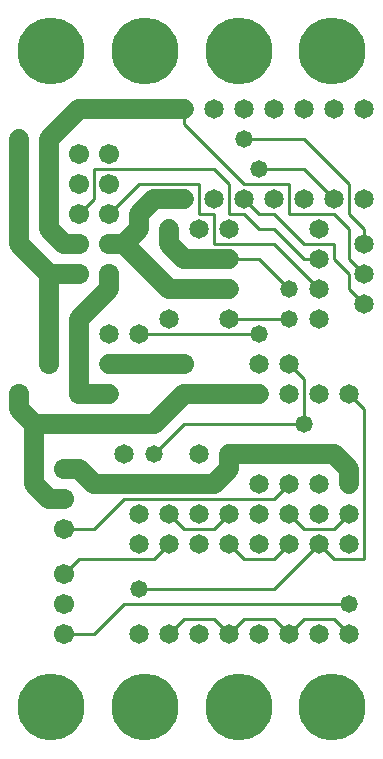
<source format=gbl>
%MOIN*%
%FSLAX25Y25*%
G04 D10 used for Character Trace; *
G04     Circle (OD=.01000) (No hole)*
G04 D11 used for Power Trace; *
G04     Circle (OD=.06500) (No hole)*
G04 D12 used for Signal Trace; *
G04     Circle (OD=.01100) (No hole)*
G04 D13 used for Via; *
G04     Circle (OD=.05800) (Round. Hole ID=.02800)*
G04 D14 used for Component hole; *
G04     Circle (OD=.06500) (Round. Hole ID=.03500)*
G04 D15 used for Component hole; *
G04     Circle (OD=.06700) (Round. Hole ID=.04300)*
G04 D16 used for Component hole; *
G04     Circle (OD=.08100) (Round. Hole ID=.05100)*
G04 D17 used for Component hole; *
G04     Circle (OD=.08900) (Round. Hole ID=.05900)*
G04 D18 used for Component hole; *
G04     Circle (OD=.11300) (Round. Hole ID=.08300)*
G04 D19 used for Component hole; *
G04     Circle (OD=.16000) (Round. Hole ID=.13000)*
G04 D20 used for Component hole; *
G04     Circle (OD=.18300) (Round. Hole ID=.15300)*
G04 D21 used for Component hole; *
G04     Circle (OD=.22291) (Round. Hole ID=.19291)*
%ADD10C,.01000*%
%ADD11C,.06500*%
%ADD12C,.01100*%
%ADD13C,.05800*%
%ADD14C,.06500*%
%ADD15C,.06700*%
%ADD16C,.08100*%
%ADD17C,.08900*%
%ADD18C,.11300*%
%ADD19C,.16000*%
%ADD20C,.18300*%
%ADD21C,.22291*%
%IPPOS*%
%LPD*%
G90*X0Y0D02*D21*X15625Y15625D03*D12*              
X20000Y40000D02*X30000D01*D15*X20000D03*D12*      
X30000D02*X40000Y50000D01*X115000D01*D13*D03*D12* 
Y40000D02*X110000Y45000D01*D14*X115000Y40000D03*  
D12*X100000Y45000D02*X110000D01*X95000Y40000D02*  
X100000Y45000D01*D14*X95000Y40000D03*D12*         
X90000Y45000D01*X80000D01*X75000Y40000D01*D14*D03*
D12*X70000Y45000D01*X60000D01*X55000Y40000D01*D14*
D03*X65000D03*X45000D03*D13*Y55000D03*D12*        
X90000D01*X105000Y70000D01*D14*D03*D12*           
X110000Y65000D01*X120000D01*Y115000D01*           
X115000Y120000D01*D14*D03*X105000D03*D12*         
X100000Y110000D02*Y125000D01*D13*Y110000D03*D12*  
X60000D01*X50000Y100000D01*D13*D03*D14*           
X40000Y110000D03*D11*X10000D01*Y90000D01*         
X15000Y85000D01*X20000D01*D15*D03*D12*Y75000D02*  
X30000D01*D15*X20000D03*D12*X30000D02*            
X40000Y85000D01*X90000D01*X95000Y90000D01*D14*D03*
X105000Y80000D03*X85000D03*X105000Y90000D03*      
X85000D03*X95000Y80000D03*D12*X100000Y75000D01*   
X110000D01*X115000Y80000D01*D14*D03*Y90000D03*D11*
Y95000D01*X110000Y100000D01*X75000D01*D14*D03*D11*
Y95000D01*X70000Y90000D01*X30000D01*              
X25000Y95000D01*X20000D01*D15*D03*D11*            
X10000Y110000D02*X5000Y115000D01*Y120000D01*D15*  
D03*X15000Y130000D03*D11*Y160000D01*X25000D01*D15*
D03*X35000Y170000D03*D11*X40000D01*               
X55000Y155000D01*D14*D03*D11*X65000D01*D14*D03*   
D11*X75000D01*D14*D03*D12*X95000D02*              
X85000Y165000D01*D13*X95000Y155000D03*D14*        
X105000Y145000D03*Y165000D03*D12*X100000D01*      
X90000Y175000D01*X85000D01*X80000Y180000D01*      
X75000D01*Y190000D01*X70000Y195000D01*X30000D01*  
Y185000D01*X25000Y180000D01*D15*D03*              
X35000Y190000D03*D11*X20000Y170000D02*X25000D01*  
D15*D03*D11*X20000D02*X15000Y175000D01*Y205000D01*
X25000Y215000D01*X60000D01*D14*D03*D12*Y210000D01*
X80000Y190000D01*X95000D01*Y180000D01*X110000D01* 
X115000Y175000D01*Y165000D01*X120000Y160000D01*   
D14*D03*D12*Y150000D02*X115000Y155000D01*D14*     
X120000Y150000D03*D12*X115000Y155000D02*          
Y160000D01*X110000Y165000D01*Y170000D01*          
X100000D01*X90000Y180000D01*X85000D01*            
X80000Y185000D01*D14*D03*D13*X85000Y195000D03*D12*
X100000D01*X110000Y185000D01*D14*D03*D12*         
X120000Y175000D02*X115000Y180000D01*              
X120000Y170000D02*Y175000D01*D14*Y170000D03*D12*  
X115000Y180000D02*Y190000D01*X100000Y205000D01*   
X80000D01*D13*D03*D14*X90000Y215000D03*X70000D03* 
X80000D03*D12*X65000Y180000D02*Y190000D01*        
Y180000D02*X70000D01*Y170000D01*X90000D01*        
X105000Y155000D01*D14*D03*D13*X95000Y145000D03*   
D12*X75000D01*D14*D03*D13*X85000Y140000D03*D12*   
X45000D01*D14*D03*X35000Y130000D03*D11*X60000D01* 
D15*D03*Y120000D03*D11*X50000Y110000D01*X40000D01*
D14*Y100000D03*X35000Y120000D03*D11*X25000D01*D15*
D03*D11*Y140000D01*D13*D03*D11*Y145000D01*        
X35000Y155000D01*Y160000D01*D15*D03*D11*          
X40000Y170000D02*X45000Y175000D01*Y180000D01*     
X50000Y185000D01*X60000D01*D14*D03*D12*           
X45000Y190000D02*X65000D01*X35000Y180000D02*      
X45000Y190000D01*D15*X35000Y180000D03*            
X25000Y190000D03*D11*X15000Y160000D02*            
X5000Y170000D01*Y205000D01*D13*D03*D15*           
X25000Y200000D03*D21*X15625Y234375D03*D15*        
X35000Y200000D03*D21*X46875Y234375D03*D11*        
X60000Y165000D02*X55000Y170000D01*                
X60000Y165000D02*X65000D01*D14*D03*D11*X75000D01* 
D14*D03*D12*X85000D01*D14*X75000Y175000D03*       
X100000Y185000D03*X65000Y175000D03*               
X90000Y185000D03*X105000Y175000D03*               
X70000Y185000D03*X55000Y175000D03*D11*Y170000D01* 
D14*Y145000D03*X35000Y140000D03*X95000Y130000D03* 
D12*X100000Y125000D01*D14*X95000Y120000D03*       
X85000Y130000D03*Y120000D03*D11*X60000D01*D14*    
X65000Y100000D03*X45000Y80000D03*X55000D03*D12*   
X60000Y75000D01*X70000D01*X75000Y80000D01*D14*D03*
X85000Y70000D03*X65000D03*Y80000D03*              
X75000Y70000D03*D12*X80000Y65000D01*X90000D01*    
X95000Y70000D01*D14*D03*X115000D03*               
X85000Y40000D03*X105000D03*X55000Y70000D03*D12*   
X50000Y65000D01*X25000D01*X20000Y60000D01*D15*D03*
Y50000D03*D14*X45000Y70000D03*D21*X46875Y15625D03*
X78125D03*X109375D03*D14*X120000Y185000D03*       
Y215000D03*X110000D03*X100000D03*D21*             
X109375Y234375D03*X78125D03*M02*                  

</source>
